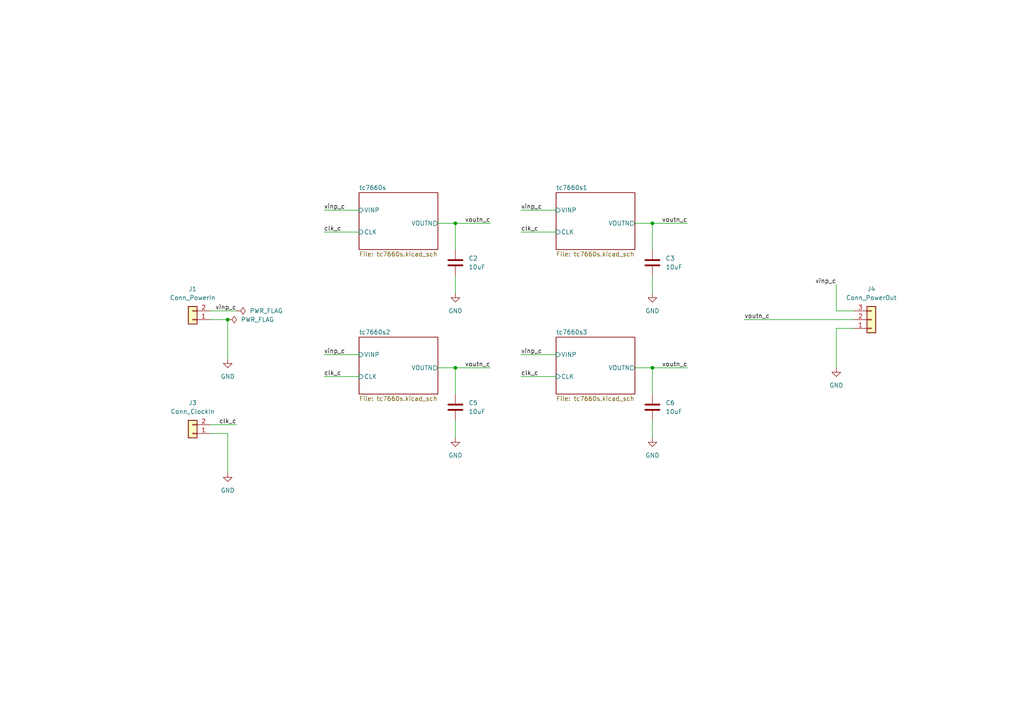
<source format=kicad_sch>
(kicad_sch (version 20230121) (generator eeschema)

  (uuid 7c930d77-263a-490f-bab9-ecdc1d30ee2a)

  (paper "A4")

  (lib_symbols
    (symbol "Connector_Generic:Conn_01x02" (pin_names (offset 1.016) hide) (in_bom yes) (on_board yes)
      (property "Reference" "J" (at 0 2.54 0)
        (effects (font (size 1.27 1.27)))
      )
      (property "Value" "Conn_01x02" (at 0 -5.08 0)
        (effects (font (size 1.27 1.27)))
      )
      (property "Footprint" "" (at 0 0 0)
        (effects (font (size 1.27 1.27)) hide)
      )
      (property "Datasheet" "~" (at 0 0 0)
        (effects (font (size 1.27 1.27)) hide)
      )
      (property "ki_keywords" "connector" (at 0 0 0)
        (effects (font (size 1.27 1.27)) hide)
      )
      (property "ki_description" "Generic connector, single row, 01x02, script generated (kicad-library-utils/schlib/autogen/connector/)" (at 0 0 0)
        (effects (font (size 1.27 1.27)) hide)
      )
      (property "ki_fp_filters" "Connector*:*_1x??_*" (at 0 0 0)
        (effects (font (size 1.27 1.27)) hide)
      )
      (symbol "Conn_01x02_1_1"
        (rectangle (start -1.27 -2.413) (end 0 -2.667)
          (stroke (width 0.1524) (type default))
          (fill (type none))
        )
        (rectangle (start -1.27 0.127) (end 0 -0.127)
          (stroke (width 0.1524) (type default))
          (fill (type none))
        )
        (rectangle (start -1.27 1.27) (end 1.27 -3.81)
          (stroke (width 0.254) (type default))
          (fill (type background))
        )
        (pin passive line (at -5.08 0 0) (length 3.81)
          (name "Pin_1" (effects (font (size 1.27 1.27))))
          (number "1" (effects (font (size 1.27 1.27))))
        )
        (pin passive line (at -5.08 -2.54 0) (length 3.81)
          (name "Pin_2" (effects (font (size 1.27 1.27))))
          (number "2" (effects (font (size 1.27 1.27))))
        )
      )
    )
    (symbol "Connector_Generic:Conn_01x03" (pin_names (offset 1.016) hide) (in_bom yes) (on_board yes)
      (property "Reference" "J" (at 0 5.08 0)
        (effects (font (size 1.27 1.27)))
      )
      (property "Value" "Conn_01x03" (at 0 -5.08 0)
        (effects (font (size 1.27 1.27)))
      )
      (property "Footprint" "" (at 0 0 0)
        (effects (font (size 1.27 1.27)) hide)
      )
      (property "Datasheet" "~" (at 0 0 0)
        (effects (font (size 1.27 1.27)) hide)
      )
      (property "ki_keywords" "connector" (at 0 0 0)
        (effects (font (size 1.27 1.27)) hide)
      )
      (property "ki_description" "Generic connector, single row, 01x03, script generated (kicad-library-utils/schlib/autogen/connector/)" (at 0 0 0)
        (effects (font (size 1.27 1.27)) hide)
      )
      (property "ki_fp_filters" "Connector*:*_1x??_*" (at 0 0 0)
        (effects (font (size 1.27 1.27)) hide)
      )
      (symbol "Conn_01x03_1_1"
        (rectangle (start -1.27 -2.413) (end 0 -2.667)
          (stroke (width 0.1524) (type default))
          (fill (type none))
        )
        (rectangle (start -1.27 0.127) (end 0 -0.127)
          (stroke (width 0.1524) (type default))
          (fill (type none))
        )
        (rectangle (start -1.27 2.667) (end 0 2.413)
          (stroke (width 0.1524) (type default))
          (fill (type none))
        )
        (rectangle (start -1.27 3.81) (end 1.27 -3.81)
          (stroke (width 0.254) (type default))
          (fill (type background))
        )
        (pin passive line (at -5.08 2.54 0) (length 3.81)
          (name "Pin_1" (effects (font (size 1.27 1.27))))
          (number "1" (effects (font (size 1.27 1.27))))
        )
        (pin passive line (at -5.08 0 0) (length 3.81)
          (name "Pin_2" (effects (font (size 1.27 1.27))))
          (number "2" (effects (font (size 1.27 1.27))))
        )
        (pin passive line (at -5.08 -2.54 0) (length 3.81)
          (name "Pin_3" (effects (font (size 1.27 1.27))))
          (number "3" (effects (font (size 1.27 1.27))))
        )
      )
    )
    (symbol "Device:C" (pin_numbers hide) (pin_names (offset 0.254)) (in_bom yes) (on_board yes)
      (property "Reference" "C" (at 0.635 2.54 0)
        (effects (font (size 1.27 1.27)) (justify left))
      )
      (property "Value" "C" (at 0.635 -2.54 0)
        (effects (font (size 1.27 1.27)) (justify left))
      )
      (property "Footprint" "" (at 0.9652 -3.81 0)
        (effects (font (size 1.27 1.27)) hide)
      )
      (property "Datasheet" "~" (at 0 0 0)
        (effects (font (size 1.27 1.27)) hide)
      )
      (property "ki_keywords" "cap capacitor" (at 0 0 0)
        (effects (font (size 1.27 1.27)) hide)
      )
      (property "ki_description" "Unpolarized capacitor" (at 0 0 0)
        (effects (font (size 1.27 1.27)) hide)
      )
      (property "ki_fp_filters" "C_*" (at 0 0 0)
        (effects (font (size 1.27 1.27)) hide)
      )
      (symbol "C_0_1"
        (polyline
          (pts
            (xy -2.032 -0.762)
            (xy 2.032 -0.762)
          )
          (stroke (width 0.508) (type default))
          (fill (type none))
        )
        (polyline
          (pts
            (xy -2.032 0.762)
            (xy 2.032 0.762)
          )
          (stroke (width 0.508) (type default))
          (fill (type none))
        )
      )
      (symbol "C_1_1"
        (pin passive line (at 0 3.81 270) (length 2.794)
          (name "~" (effects (font (size 1.27 1.27))))
          (number "1" (effects (font (size 1.27 1.27))))
        )
        (pin passive line (at 0 -3.81 90) (length 2.794)
          (name "~" (effects (font (size 1.27 1.27))))
          (number "2" (effects (font (size 1.27 1.27))))
        )
      )
    )
    (symbol "power:GND" (power) (pin_names (offset 0)) (in_bom yes) (on_board yes)
      (property "Reference" "#PWR" (at 0 -6.35 0)
        (effects (font (size 1.27 1.27)) hide)
      )
      (property "Value" "GND" (at 0 -3.81 0)
        (effects (font (size 1.27 1.27)))
      )
      (property "Footprint" "" (at 0 0 0)
        (effects (font (size 1.27 1.27)) hide)
      )
      (property "Datasheet" "" (at 0 0 0)
        (effects (font (size 1.27 1.27)) hide)
      )
      (property "ki_keywords" "global power" (at 0 0 0)
        (effects (font (size 1.27 1.27)) hide)
      )
      (property "ki_description" "Power symbol creates a global label with name \"GND\" , ground" (at 0 0 0)
        (effects (font (size 1.27 1.27)) hide)
      )
      (symbol "GND_0_1"
        (polyline
          (pts
            (xy 0 0)
            (xy 0 -1.27)
            (xy 1.27 -1.27)
            (xy 0 -2.54)
            (xy -1.27 -1.27)
            (xy 0 -1.27)
          )
          (stroke (width 0) (type default))
          (fill (type none))
        )
      )
      (symbol "GND_1_1"
        (pin power_in line (at 0 0 270) (length 0) hide
          (name "GND" (effects (font (size 1.27 1.27))))
          (number "1" (effects (font (size 1.27 1.27))))
        )
      )
    )
    (symbol "power:PWR_FLAG" (power) (pin_numbers hide) (pin_names (offset 0) hide) (in_bom yes) (on_board yes)
      (property "Reference" "#FLG" (at 0 1.905 0)
        (effects (font (size 1.27 1.27)) hide)
      )
      (property "Value" "PWR_FLAG" (at 0 3.81 0)
        (effects (font (size 1.27 1.27)))
      )
      (property "Footprint" "" (at 0 0 0)
        (effects (font (size 1.27 1.27)) hide)
      )
      (property "Datasheet" "~" (at 0 0 0)
        (effects (font (size 1.27 1.27)) hide)
      )
      (property "ki_keywords" "flag power" (at 0 0 0)
        (effects (font (size 1.27 1.27)) hide)
      )
      (property "ki_description" "Special symbol for telling ERC where power comes from" (at 0 0 0)
        (effects (font (size 1.27 1.27)) hide)
      )
      (symbol "PWR_FLAG_0_0"
        (pin power_out line (at 0 0 90) (length 0)
          (name "pwr" (effects (font (size 1.27 1.27))))
          (number "1" (effects (font (size 1.27 1.27))))
        )
      )
      (symbol "PWR_FLAG_0_1"
        (polyline
          (pts
            (xy 0 0)
            (xy 0 1.27)
            (xy -1.016 1.905)
            (xy 0 2.54)
            (xy 1.016 1.905)
            (xy 0 1.27)
          )
          (stroke (width 0) (type default))
          (fill (type none))
        )
      )
    )
  )

  (junction (at 189.23 64.77) (diameter 0) (color 0 0 0 0)
    (uuid 393c00c7-b0f7-4f5f-a6bb-792799b34969)
  )
  (junction (at 189.23 106.68) (diameter 0) (color 0 0 0 0)
    (uuid 5a3e5da9-87e4-42b4-9065-404322d3efa1)
  )
  (junction (at 132.08 106.68) (diameter 0) (color 0 0 0 0)
    (uuid 76b27aee-6dc3-4033-ac1f-061a59dcb206)
  )
  (junction (at 66.04 92.71) (diameter 0) (color 0 0 0 0)
    (uuid 86978952-12ae-4694-9525-9273cd260a8f)
  )
  (junction (at 132.08 64.77) (diameter 0) (color 0 0 0 0)
    (uuid ab3f5ecc-d54d-4ac6-adc7-1dd353bbf6e6)
  )

  (wire (pts (xy 60.96 123.19) (xy 68.58 123.19))
    (stroke (width 0) (type default))
    (uuid 0cd8e587-baee-4b3e-8e3c-050daeb51380)
  )
  (wire (pts (xy 189.23 64.77) (xy 184.15 64.77))
    (stroke (width 0) (type default))
    (uuid 0dc60244-2190-49ec-a01a-fecc271daa32)
  )
  (wire (pts (xy 242.57 95.25) (xy 242.57 106.68))
    (stroke (width 0) (type default))
    (uuid 0f125901-a700-4f4f-ad26-09a4e8731055)
  )
  (wire (pts (xy 66.04 92.71) (xy 66.04 104.14))
    (stroke (width 0) (type default))
    (uuid 0f91fbca-7644-4c52-9db7-21498750a0c7)
  )
  (wire (pts (xy 189.23 114.3) (xy 189.23 106.68))
    (stroke (width 0) (type default))
    (uuid 2a6ab5f4-3132-4ef0-9b46-161dc72cc1ba)
  )
  (wire (pts (xy 132.08 114.3) (xy 132.08 106.68))
    (stroke (width 0) (type default))
    (uuid 49ed4d0b-524e-45da-ae1c-cb4357688c34)
  )
  (wire (pts (xy 161.29 102.87) (xy 151.13 102.87))
    (stroke (width 0) (type default))
    (uuid 4cfefba3-319e-4bd0-961e-c5ab6dbfa734)
  )
  (wire (pts (xy 60.96 125.73) (xy 66.04 125.73))
    (stroke (width 0) (type default))
    (uuid 6bc02c38-d9dc-46f9-a837-27a67f60f063)
  )
  (wire (pts (xy 151.13 67.31) (xy 161.29 67.31))
    (stroke (width 0) (type default))
    (uuid 6ed471f8-e1e3-4143-bed9-3bca394dff16)
  )
  (wire (pts (xy 132.08 106.68) (xy 127 106.68))
    (stroke (width 0) (type default))
    (uuid 75b94bf0-917b-41f7-a842-79a7bc60082b)
  )
  (wire (pts (xy 151.13 109.22) (xy 161.29 109.22))
    (stroke (width 0) (type default))
    (uuid 76c67df7-6349-4192-8b95-4520c762746d)
  )
  (wire (pts (xy 189.23 106.68) (xy 199.39 106.68))
    (stroke (width 0) (type default))
    (uuid 7a0c795a-a190-41d7-b755-ebd002f4dc72)
  )
  (wire (pts (xy 189.23 72.39) (xy 189.23 64.77))
    (stroke (width 0) (type default))
    (uuid 8264b68e-f217-4725-82dc-757923a4a259)
  )
  (wire (pts (xy 247.65 90.17) (xy 242.57 90.17))
    (stroke (width 0) (type default))
    (uuid 8674d095-7c94-4771-82ac-b3757d8c65d2)
  )
  (wire (pts (xy 104.14 102.87) (xy 93.98 102.87))
    (stroke (width 0) (type default))
    (uuid 86dbd3d7-5ed5-497f-abf4-9a12fa1660f5)
  )
  (wire (pts (xy 132.08 121.92) (xy 132.08 127))
    (stroke (width 0) (type default))
    (uuid 9b106118-8eb3-4c79-bc4b-9ef4d1d41fe8)
  )
  (wire (pts (xy 93.98 109.22) (xy 104.14 109.22))
    (stroke (width 0) (type default))
    (uuid 9d9e099f-dc3f-48c7-a7aa-37cc0a579da7)
  )
  (wire (pts (xy 132.08 64.77) (xy 127 64.77))
    (stroke (width 0) (type default))
    (uuid 9ee7089f-f532-4f8c-b943-de40f661227a)
  )
  (wire (pts (xy 132.08 80.01) (xy 132.08 85.09))
    (stroke (width 0) (type default))
    (uuid 9f71e884-2efd-4b77-8eb4-5615041e9dda)
  )
  (wire (pts (xy 132.08 106.68) (xy 142.24 106.68))
    (stroke (width 0) (type default))
    (uuid a3ba8006-810f-4419-8b68-886bf7d4cb59)
  )
  (wire (pts (xy 189.23 121.92) (xy 189.23 127))
    (stroke (width 0) (type default))
    (uuid a4bd6e06-d3b0-4639-b3a2-85e301f79fc6)
  )
  (wire (pts (xy 104.14 60.96) (xy 93.98 60.96))
    (stroke (width 0) (type default))
    (uuid b2905353-787b-4e4f-944d-c93f65694dd2)
  )
  (wire (pts (xy 247.65 95.25) (xy 242.57 95.25))
    (stroke (width 0) (type default))
    (uuid bbc9f04c-02cc-4848-adb9-093c0680ec12)
  )
  (wire (pts (xy 132.08 64.77) (xy 142.24 64.77))
    (stroke (width 0) (type default))
    (uuid bc24b1b5-b94b-43bc-909b-ed265fb73f22)
  )
  (wire (pts (xy 242.57 82.55) (xy 242.57 90.17))
    (stroke (width 0) (type default))
    (uuid bd67bed0-8dfb-44ca-a35c-623ecb1d2e23)
  )
  (wire (pts (xy 247.65 92.71) (xy 215.9 92.71))
    (stroke (width 0) (type default))
    (uuid c068071f-c7b9-488f-8498-31442394109a)
  )
  (wire (pts (xy 66.04 125.73) (xy 66.04 137.16))
    (stroke (width 0) (type default))
    (uuid c3b9f316-c54b-46f9-b9ce-b34f0683f9f7)
  )
  (wire (pts (xy 60.96 90.17) (xy 68.58 90.17))
    (stroke (width 0) (type default))
    (uuid cd516b4b-03fc-47fa-8c62-4e67c8fb3716)
  )
  (wire (pts (xy 93.98 67.31) (xy 104.14 67.31))
    (stroke (width 0) (type default))
    (uuid d62c7138-045e-469b-b148-45457c5890cd)
  )
  (wire (pts (xy 161.29 60.96) (xy 151.13 60.96))
    (stroke (width 0) (type default))
    (uuid dd3a66a8-a9f9-4b79-8631-ba6f722a3570)
  )
  (wire (pts (xy 189.23 106.68) (xy 184.15 106.68))
    (stroke (width 0) (type default))
    (uuid e0ca07c7-ed29-43e8-97ea-d9c3d1b3951d)
  )
  (wire (pts (xy 60.96 92.71) (xy 66.04 92.71))
    (stroke (width 0) (type default))
    (uuid e38bd968-0290-4ac7-a410-5aa76173fa19)
  )
  (wire (pts (xy 132.08 72.39) (xy 132.08 64.77))
    (stroke (width 0) (type default))
    (uuid ebcae9b6-d592-4859-84a5-7ee77ed96804)
  )
  (wire (pts (xy 189.23 80.01) (xy 189.23 85.09))
    (stroke (width 0) (type default))
    (uuid fa0cee13-2604-4d19-bdc7-c71c37ab99e2)
  )
  (wire (pts (xy 189.23 64.77) (xy 199.39 64.77))
    (stroke (width 0) (type default))
    (uuid fe0380a6-1210-48f3-b459-15aaebb2ca13)
  )

  (label "clk_c" (at 151.13 67.31 0) (fields_autoplaced)
    (effects (font (size 1.27 1.27)) (justify left bottom))
    (uuid 10ef3d3e-a500-4033-a83f-88488790f360)
  )
  (label "voutn_c" (at 199.39 64.77 180) (fields_autoplaced)
    (effects (font (size 1.27 1.27)) (justify right bottom))
    (uuid 1858787e-4eca-4f5b-9ef5-28e506e7fb1b)
  )
  (label "vinp_c" (at 242.57 82.55 180) (fields_autoplaced)
    (effects (font (size 1.27 1.27)) (justify right bottom))
    (uuid 3374a734-0e3d-43a5-801c-cb7e4eefa530)
  )
  (label "vinp_c" (at 68.58 90.17 180) (fields_autoplaced)
    (effects (font (size 1.27 1.27)) (justify right bottom))
    (uuid 5a2bce0a-f23d-4938-82e3-f7767df0dadd)
  )
  (label "voutn_c" (at 215.9 92.71 0) (fields_autoplaced)
    (effects (font (size 1.27 1.27)) (justify left bottom))
    (uuid 6548fffb-f6be-4611-9c4e-5bcb734aed70)
  )
  (label "vinp_c" (at 151.13 102.87 0) (fields_autoplaced)
    (effects (font (size 1.27 1.27)) (justify left bottom))
    (uuid 6977e099-9ffd-40f2-8569-5a918eff9003)
  )
  (label "voutn_c" (at 142.24 64.77 180) (fields_autoplaced)
    (effects (font (size 1.27 1.27)) (justify right bottom))
    (uuid 84c3f427-8105-4a47-a4fb-60619b514ed8)
  )
  (label "vinp_c" (at 151.13 60.96 0) (fields_autoplaced)
    (effects (font (size 1.27 1.27)) (justify left bottom))
    (uuid 8af70d52-0853-412b-8435-d34154ed4b32)
  )
  (label "voutn_c" (at 142.24 106.68 180) (fields_autoplaced)
    (effects (font (size 1.27 1.27)) (justify right bottom))
    (uuid 971f80fe-19d5-4de2-b08f-b88a82852400)
  )
  (label "clk_c" (at 93.98 109.22 0) (fields_autoplaced)
    (effects (font (size 1.27 1.27)) (justify left bottom))
    (uuid ae36702a-0cd3-43f9-82f3-308bb9badde4)
  )
  (label "voutn_c" (at 199.39 106.68 180) (fields_autoplaced)
    (effects (font (size 1.27 1.27)) (justify right bottom))
    (uuid b1c41911-903d-40ec-8eb9-4e53f6acb610)
  )
  (label "clk_c" (at 93.98 67.31 0) (fields_autoplaced)
    (effects (font (size 1.27 1.27)) (justify left bottom))
    (uuid b7619fb5-d351-44cb-9775-6692353ccb07)
  )
  (label "clk_c" (at 68.58 123.19 180) (fields_autoplaced)
    (effects (font (size 1.27 1.27)) (justify right bottom))
    (uuid c6f46c5b-afdb-4776-948d-0365275d8613)
  )
  (label "vinp_c" (at 93.98 60.96 0) (fields_autoplaced)
    (effects (font (size 1.27 1.27)) (justify left bottom))
    (uuid e053ec14-c30f-4070-8d3a-1467c394577c)
  )
  (label "clk_c" (at 151.13 109.22 0) (fields_autoplaced)
    (effects (font (size 1.27 1.27)) (justify left bottom))
    (uuid e755ad47-c3ca-4132-864d-0715bc22127e)
  )
  (label "vinp_c" (at 93.98 102.87 0) (fields_autoplaced)
    (effects (font (size 1.27 1.27)) (justify left bottom))
    (uuid eea7ff0e-fd0e-4e05-9362-68a06e035e2e)
  )

  (symbol (lib_id "power:GND") (at 132.08 127 0) (unit 1)
    (in_bom yes) (on_board yes) (dnp no) (fields_autoplaced)
    (uuid 10eecea1-454f-4bd4-99f3-66cec48d620b)
    (property "Reference" "#PWR08" (at 132.08 133.35 0)
      (effects (font (size 1.27 1.27)) hide)
    )
    (property "Value" "GND" (at 132.08 132.08 0)
      (effects (font (size 1.27 1.27)))
    )
    (property "Footprint" "" (at 132.08 127 0)
      (effects (font (size 1.27 1.27)) hide)
    )
    (property "Datasheet" "" (at 132.08 127 0)
      (effects (font (size 1.27 1.27)) hide)
    )
    (pin "1" (uuid 0451109d-3b50-475a-abfa-99b95437c5f9))
    (instances
      (project "tc7660S_4parallel"
        (path "/7c930d77-263a-490f-bab9-ecdc1d30ee2a"
          (reference "#PWR08") (unit 1)
        )
      )
    )
  )

  (symbol (lib_id "power:PWR_FLAG") (at 68.58 90.17 270) (unit 1)
    (in_bom yes) (on_board yes) (dnp no) (fields_autoplaced)
    (uuid 117ae5e0-a96d-46de-8856-8abc2c99a3bd)
    (property "Reference" "#FLG01" (at 70.485 90.17 0)
      (effects (font (size 1.27 1.27)) hide)
    )
    (property "Value" "PWR_FLAG" (at 72.39 90.17 90)
      (effects (font (size 1.27 1.27)) (justify left))
    )
    (property "Footprint" "" (at 68.58 90.17 0)
      (effects (font (size 1.27 1.27)) hide)
    )
    (property "Datasheet" "~" (at 68.58 90.17 0)
      (effects (font (size 1.27 1.27)) hide)
    )
    (pin "1" (uuid 0a37b348-edda-46a6-8ec6-844e4256c52b))
    (instances
      (project "tc7660S_4parallel"
        (path "/7c930d77-263a-490f-bab9-ecdc1d30ee2a"
          (reference "#FLG01") (unit 1)
        )
      )
    )
  )

  (symbol (lib_id "Device:C") (at 132.08 76.2 0) (unit 1)
    (in_bom yes) (on_board yes) (dnp no) (fields_autoplaced)
    (uuid 1b514385-bb97-4f29-ab3b-8c6a0e06807e)
    (property "Reference" "C1" (at 135.89 74.93 0)
      (effects (font (size 1.27 1.27)) (justify left))
    )
    (property "Value" "10uF" (at 135.89 77.47 0)
      (effects (font (size 1.27 1.27)) (justify left))
    )
    (property "Footprint" "Capacitor_SMD:C_0805_2012Metric_Pad1.18x1.45mm_HandSolder" (at 133.0452 80.01 0)
      (effects (font (size 1.27 1.27)) hide)
    )
    (property "Datasheet" "https://datasheet.lcsc.com/lcsc/2304140030_Samsung-Electro-Mechanics-CL21A106KAYNNNE_C15850.pdf" (at 132.08 76.2 0)
      (effects (font (size 1.27 1.27)) hide)
    )
    (property "LCSC" "C15850" (at 132.08 76.2 0)
      (effects (font (size 1.27 1.27)) hide)
    )
    (pin "1" (uuid b588465d-d135-4aca-9d14-6376cec7c0ca))
    (pin "2" (uuid 7a2da431-1e4d-4465-a0d2-f63655eae3f8))
    (instances
      (project "tc7660S_4parallel"
        (path "/7c930d77-263a-490f-bab9-ecdc1d30ee2a/b5899068-6c41-448a-908a-1295755c3278"
          (reference "C1") (unit 1)
        )
        (path "/7c930d77-263a-490f-bab9-ecdc1d30ee2a"
          (reference "C2") (unit 1)
        )
      )
    )
  )

  (symbol (lib_id "power:GND") (at 66.04 137.16 0) (unit 1)
    (in_bom yes) (on_board yes) (dnp no) (fields_autoplaced)
    (uuid 5dc20e57-5dbc-45e3-9d17-0d0f5edfcac7)
    (property "Reference" "#PWR04" (at 66.04 143.51 0)
      (effects (font (size 1.27 1.27)) hide)
    )
    (property "Value" "GND" (at 66.04 142.24 0)
      (effects (font (size 1.27 1.27)))
    )
    (property "Footprint" "" (at 66.04 137.16 0)
      (effects (font (size 1.27 1.27)) hide)
    )
    (property "Datasheet" "" (at 66.04 137.16 0)
      (effects (font (size 1.27 1.27)) hide)
    )
    (pin "1" (uuid 7c22dda7-2526-4480-8148-f3cae8f6738a))
    (instances
      (project "tc7660S_4parallel"
        (path "/7c930d77-263a-490f-bab9-ecdc1d30ee2a"
          (reference "#PWR04") (unit 1)
        )
      )
    )
  )

  (symbol (lib_id "power:GND") (at 66.04 104.14 0) (unit 1)
    (in_bom yes) (on_board yes) (dnp no) (fields_autoplaced)
    (uuid 736db57a-df22-4f88-9fc3-d67e5b300958)
    (property "Reference" "#PWR02" (at 66.04 110.49 0)
      (effects (font (size 1.27 1.27)) hide)
    )
    (property "Value" "GND" (at 66.04 109.22 0)
      (effects (font (size 1.27 1.27)))
    )
    (property "Footprint" "" (at 66.04 104.14 0)
      (effects (font (size 1.27 1.27)) hide)
    )
    (property "Datasheet" "" (at 66.04 104.14 0)
      (effects (font (size 1.27 1.27)) hide)
    )
    (pin "1" (uuid 342341d0-d657-4500-91c3-3aa4fc0af2bd))
    (instances
      (project "tc7660S_4parallel"
        (path "/7c930d77-263a-490f-bab9-ecdc1d30ee2a"
          (reference "#PWR02") (unit 1)
        )
      )
    )
  )

  (symbol (lib_id "Device:C") (at 189.23 76.2 0) (unit 1)
    (in_bom yes) (on_board yes) (dnp no) (fields_autoplaced)
    (uuid 7c7b778f-2aa8-44e2-8dc2-31b1afe5ae5e)
    (property "Reference" "C1" (at 193.04 74.93 0)
      (effects (font (size 1.27 1.27)) (justify left))
    )
    (property "Value" "10uF" (at 193.04 77.47 0)
      (effects (font (size 1.27 1.27)) (justify left))
    )
    (property "Footprint" "Capacitor_SMD:C_0805_2012Metric_Pad1.18x1.45mm_HandSolder" (at 190.1952 80.01 0)
      (effects (font (size 1.27 1.27)) hide)
    )
    (property "Datasheet" "https://datasheet.lcsc.com/lcsc/2304140030_Samsung-Electro-Mechanics-CL21A106KAYNNNE_C15850.pdf" (at 189.23 76.2 0)
      (effects (font (size 1.27 1.27)) hide)
    )
    (property "LCSC" "C15850" (at 189.23 76.2 0)
      (effects (font (size 1.27 1.27)) hide)
    )
    (pin "1" (uuid c2156d2e-bbf5-4f07-8b61-80a69e469d03))
    (pin "2" (uuid 6701667d-3970-43c8-b59c-7fed95027cae))
    (instances
      (project "tc7660S_4parallel"
        (path "/7c930d77-263a-490f-bab9-ecdc1d30ee2a/b5899068-6c41-448a-908a-1295755c3278"
          (reference "C1") (unit 1)
        )
        (path "/7c930d77-263a-490f-bab9-ecdc1d30ee2a"
          (reference "C3") (unit 1)
        )
      )
    )
  )

  (symbol (lib_id "Connector_Generic:Conn_01x03") (at 252.73 92.71 0) (mirror x) (unit 1)
    (in_bom yes) (on_board yes) (dnp no) (fields_autoplaced)
    (uuid 8077102c-2b31-49ed-a85c-cc788d1c81de)
    (property "Reference" "J4" (at 252.73 83.82 0)
      (effects (font (size 1.27 1.27)))
    )
    (property "Value" "Conn_PowerOut" (at 252.73 86.36 0)
      (effects (font (size 1.27 1.27)))
    )
    (property "Footprint" "Connector_PinSocket_2.54mm:PinSocket_1x03_P2.54mm_Vertical" (at 252.73 92.71 0)
      (effects (font (size 1.27 1.27)) hide)
    )
    (property "Datasheet" "~" (at 252.73 92.71 0)
      (effects (font (size 1.27 1.27)) hide)
    )
    (pin "1" (uuid 4e941883-e00a-4deb-b62e-27829844be10))
    (pin "2" (uuid 08709ce9-d441-4d79-a040-35447e7e0162))
    (pin "3" (uuid c2abab46-aff9-4e81-9c2e-9ccadeebf95f))
    (instances
      (project "tc7660S_4parallel"
        (path "/7c930d77-263a-490f-bab9-ecdc1d30ee2a"
          (reference "J4") (unit 1)
        )
      )
    )
  )

  (symbol (lib_id "power:GND") (at 189.23 127 0) (unit 1)
    (in_bom yes) (on_board yes) (dnp no) (fields_autoplaced)
    (uuid 8284d6c0-e7db-4d44-b4bc-e5b42aedf91b)
    (property "Reference" "#PWR09" (at 189.23 133.35 0)
      (effects (font (size 1.27 1.27)) hide)
    )
    (property "Value" "GND" (at 189.23 132.08 0)
      (effects (font (size 1.27 1.27)))
    )
    (property "Footprint" "" (at 189.23 127 0)
      (effects (font (size 1.27 1.27)) hide)
    )
    (property "Datasheet" "" (at 189.23 127 0)
      (effects (font (size 1.27 1.27)) hide)
    )
    (pin "1" (uuid ef048ee4-86bc-4331-9689-6b0e7abfa402))
    (instances
      (project "tc7660S_4parallel"
        (path "/7c930d77-263a-490f-bab9-ecdc1d30ee2a"
          (reference "#PWR09") (unit 1)
        )
      )
    )
  )

  (symbol (lib_id "Connector_Generic:Conn_01x02") (at 55.88 125.73 180) (unit 1)
    (in_bom yes) (on_board yes) (dnp no) (fields_autoplaced)
    (uuid 917ee530-9028-4d46-99a9-6fe904af0515)
    (property "Reference" "J3" (at 55.88 116.84 0)
      (effects (font (size 1.27 1.27)))
    )
    (property "Value" "Conn_ClockIn" (at 55.88 119.38 0)
      (effects (font (size 1.27 1.27)))
    )
    (property "Footprint" "Connector_PinSocket_2.54mm:PinSocket_1x02_P2.54mm_Vertical" (at 55.88 125.73 0)
      (effects (font (size 1.27 1.27)) hide)
    )
    (property "Datasheet" "~" (at 55.88 125.73 0)
      (effects (font (size 1.27 1.27)) hide)
    )
    (pin "1" (uuid 714e502e-cb67-4a75-9835-ce2340dbc201))
    (pin "2" (uuid b167ce49-a011-425a-bd38-2d0f68f20e51))
    (instances
      (project "tc7660S_4parallel"
        (path "/7c930d77-263a-490f-bab9-ecdc1d30ee2a"
          (reference "J3") (unit 1)
        )
      )
    )
  )

  (symbol (lib_id "Device:C") (at 189.23 118.11 0) (unit 1)
    (in_bom yes) (on_board yes) (dnp no) (fields_autoplaced)
    (uuid 9776255f-311b-4569-9e4c-6d0941328bc6)
    (property "Reference" "C1" (at 193.04 116.84 0)
      (effects (font (size 1.27 1.27)) (justify left))
    )
    (property "Value" "10uF" (at 193.04 119.38 0)
      (effects (font (size 1.27 1.27)) (justify left))
    )
    (property "Footprint" "Capacitor_SMD:C_0805_2012Metric_Pad1.18x1.45mm_HandSolder" (at 190.1952 121.92 0)
      (effects (font (size 1.27 1.27)) hide)
    )
    (property "Datasheet" "https://datasheet.lcsc.com/lcsc/2304140030_Samsung-Electro-Mechanics-CL21A106KAYNNNE_C15850.pdf" (at 189.23 118.11 0)
      (effects (font (size 1.27 1.27)) hide)
    )
    (property "LCSC" "C15850" (at 189.23 118.11 0)
      (effects (font (size 1.27 1.27)) hide)
    )
    (pin "1" (uuid 872558e3-3541-409b-a7d2-bbe648952182))
    (pin "2" (uuid 0c85d09f-2008-4c18-9fdb-f5945f2e7ee8))
    (instances
      (project "tc7660S_4parallel"
        (path "/7c930d77-263a-490f-bab9-ecdc1d30ee2a/b5899068-6c41-448a-908a-1295755c3278"
          (reference "C1") (unit 1)
        )
        (path "/7c930d77-263a-490f-bab9-ecdc1d30ee2a"
          (reference "C6") (unit 1)
        )
      )
    )
  )

  (symbol (lib_id "power:GND") (at 189.23 85.09 0) (unit 1)
    (in_bom yes) (on_board yes) (dnp no) (fields_autoplaced)
    (uuid a382a69d-a6c7-40f7-bbc9-5c84bdd896c3)
    (property "Reference" "#PWR06" (at 189.23 91.44 0)
      (effects (font (size 1.27 1.27)) hide)
    )
    (property "Value" "GND" (at 189.23 90.17 0)
      (effects (font (size 1.27 1.27)))
    )
    (property "Footprint" "" (at 189.23 85.09 0)
      (effects (font (size 1.27 1.27)) hide)
    )
    (property "Datasheet" "" (at 189.23 85.09 0)
      (effects (font (size 1.27 1.27)) hide)
    )
    (pin "1" (uuid 651fc0f9-0e58-4525-86dd-0a1b011464b2))
    (instances
      (project "tc7660S_4parallel"
        (path "/7c930d77-263a-490f-bab9-ecdc1d30ee2a"
          (reference "#PWR06") (unit 1)
        )
      )
    )
  )

  (symbol (lib_id "power:GND") (at 242.57 106.68 0) (mirror y) (unit 1)
    (in_bom yes) (on_board yes) (dnp no) (fields_autoplaced)
    (uuid b4eb22bd-228f-4713-a231-0c189d2940a5)
    (property "Reference" "#PWR03" (at 242.57 113.03 0)
      (effects (font (size 1.27 1.27)) hide)
    )
    (property "Value" "GND" (at 242.57 111.76 0)
      (effects (font (size 1.27 1.27)))
    )
    (property "Footprint" "" (at 242.57 106.68 0)
      (effects (font (size 1.27 1.27)) hide)
    )
    (property "Datasheet" "" (at 242.57 106.68 0)
      (effects (font (size 1.27 1.27)) hide)
    )
    (pin "1" (uuid 01b19827-6a69-4469-bdcd-d6af16f0bbca))
    (instances
      (project "tc7660S_4parallel"
        (path "/7c930d77-263a-490f-bab9-ecdc1d30ee2a"
          (reference "#PWR03") (unit 1)
        )
      )
    )
  )

  (symbol (lib_id "Connector_Generic:Conn_01x02") (at 55.88 92.71 180) (unit 1)
    (in_bom yes) (on_board yes) (dnp no) (fields_autoplaced)
    (uuid bf96d6c9-8172-403d-8981-d70b75f08d2b)
    (property "Reference" "J1" (at 55.88 83.82 0)
      (effects (font (size 1.27 1.27)))
    )
    (property "Value" "Conn_PowerIn" (at 55.88 86.36 0)
      (effects (font (size 1.27 1.27)))
    )
    (property "Footprint" "Connector_PinSocket_2.54mm:PinSocket_1x02_P2.54mm_Vertical" (at 55.88 92.71 0)
      (effects (font (size 1.27 1.27)) hide)
    )
    (property "Datasheet" "~" (at 55.88 92.71 0)
      (effects (font (size 1.27 1.27)) hide)
    )
    (pin "1" (uuid 0cc32557-a54a-464e-a5d3-9834a5ccbedc))
    (pin "2" (uuid b5164daa-96cb-425b-97b8-911d65d62558))
    (instances
      (project "tc7660S_4parallel"
        (path "/7c930d77-263a-490f-bab9-ecdc1d30ee2a"
          (reference "J1") (unit 1)
        )
      )
    )
  )

  (symbol (lib_id "power:GND") (at 132.08 85.09 0) (unit 1)
    (in_bom yes) (on_board yes) (dnp no) (fields_autoplaced)
    (uuid d1192ff5-ff7f-4209-85e7-a2bab152d655)
    (property "Reference" "#PWR05" (at 132.08 91.44 0)
      (effects (font (size 1.27 1.27)) hide)
    )
    (property "Value" "GND" (at 132.08 90.17 0)
      (effects (font (size 1.27 1.27)))
    )
    (property "Footprint" "" (at 132.08 85.09 0)
      (effects (font (size 1.27 1.27)) hide)
    )
    (property "Datasheet" "" (at 132.08 85.09 0)
      (effects (font (size 1.27 1.27)) hide)
    )
    (pin "1" (uuid 0b370bce-12e7-4bf2-827b-78e97036551d))
    (instances
      (project "tc7660S_4parallel"
        (path "/7c930d77-263a-490f-bab9-ecdc1d30ee2a"
          (reference "#PWR05") (unit 1)
        )
      )
    )
  )

  (symbol (lib_id "power:PWR_FLAG") (at 66.04 92.71 270) (unit 1)
    (in_bom yes) (on_board yes) (dnp no) (fields_autoplaced)
    (uuid db7407de-cd9a-4f35-92b7-5fa640bd702c)
    (property "Reference" "#FLG02" (at 67.945 92.71 0)
      (effects (font (size 1.27 1.27)) hide)
    )
    (property "Value" "PWR_FLAG" (at 69.85 92.71 90)
      (effects (font (size 1.27 1.27)) (justify left))
    )
    (property "Footprint" "" (at 66.04 92.71 0)
      (effects (font (size 1.27 1.27)) hide)
    )
    (property "Datasheet" "~" (at 66.04 92.71 0)
      (effects (font (size 1.27 1.27)) hide)
    )
    (pin "1" (uuid cb4fb6e2-9533-480f-a796-39a68a3e1d37))
    (instances
      (project "tc7660S_4parallel"
        (path "/7c930d77-263a-490f-bab9-ecdc1d30ee2a"
          (reference "#FLG02") (unit 1)
        )
      )
    )
  )

  (symbol (lib_id "Device:C") (at 132.08 118.11 0) (unit 1)
    (in_bom yes) (on_board yes) (dnp no) (fields_autoplaced)
    (uuid ffff3c55-2fd3-41c9-b208-b3b03cfccd77)
    (property "Reference" "C1" (at 135.89 116.84 0)
      (effects (font (size 1.27 1.27)) (justify left))
    )
    (property "Value" "10uF" (at 135.89 119.38 0)
      (effects (font (size 1.27 1.27)) (justify left))
    )
    (property "Footprint" "Capacitor_SMD:C_0805_2012Metric_Pad1.18x1.45mm_HandSolder" (at 133.0452 121.92 0)
      (effects (font (size 1.27 1.27)) hide)
    )
    (property "Datasheet" "https://datasheet.lcsc.com/lcsc/2304140030_Samsung-Electro-Mechanics-CL21A106KAYNNNE_C15850.pdf" (at 132.08 118.11 0)
      (effects (font (size 1.27 1.27)) hide)
    )
    (property "LCSC" "C15850" (at 132.08 118.11 0)
      (effects (font (size 1.27 1.27)) hide)
    )
    (pin "1" (uuid 637d435a-818d-477c-8080-d05d0a47537b))
    (pin "2" (uuid 16f06ecd-1749-4a74-bf22-07d970a9db02))
    (instances
      (project "tc7660S_4parallel"
        (path "/7c930d77-263a-490f-bab9-ecdc1d30ee2a/b5899068-6c41-448a-908a-1295755c3278"
          (reference "C1") (unit 1)
        )
        (path "/7c930d77-263a-490f-bab9-ecdc1d30ee2a"
          (reference "C5") (unit 1)
        )
      )
    )
  )

  (sheet (at 104.14 97.79) (size 22.86 16.51) (fields_autoplaced)
    (stroke (width 0.1524) (type solid))
    (fill (color 0 0 0 0.0000))
    (uuid 38ba356b-8bae-4172-a9b8-0e0caf7b92fa)
    (property "Sheetname" "tc7660s2" (at 104.14 97.0784 0)
      (effects (font (size 1.27 1.27)) (justify left bottom))
    )
    (property "Sheetfile" "tc7660s.kicad_sch" (at 104.14 114.8846 0)
      (effects (font (size 1.27 1.27)) (justify left top))
    )
    (pin "VOUTN" output (at 127 106.68 0)
      (effects (font (size 1.27 1.27)) (justify right))
      (uuid 1ce51d8e-180b-4c64-ba2b-475c27b9cf96)
    )
    (pin "VINP" input (at 104.14 102.87 180)
      (effects (font (size 1.27 1.27)) (justify left))
      (uuid 3eceadc2-894b-49b9-bfe9-34c3f13dd4ad)
    )
    (pin "CLK" input (at 104.14 109.22 180)
      (effects (font (size 1.27 1.27)) (justify left))
      (uuid 6dd071a9-dccd-4170-a788-6fcc12e585ae)
    )
    (instances
      (project "tc7660S_4parallel"
        (path "/7c930d77-263a-490f-bab9-ecdc1d30ee2a" (page "4"))
      )
    )
  )

  (sheet (at 161.29 97.79) (size 22.86 16.51) (fields_autoplaced)
    (stroke (width 0.1524) (type solid))
    (fill (color 0 0 0 0.0000))
    (uuid 8d7975d8-0140-401d-b636-beaf06796492)
    (property "Sheetname" "tc7660s3" (at 161.29 97.0784 0)
      (effects (font (size 1.27 1.27)) (justify left bottom))
    )
    (property "Sheetfile" "tc7660s.kicad_sch" (at 161.29 114.8846 0)
      (effects (font (size 1.27 1.27)) (justify left top))
    )
    (pin "VOUTN" output (at 184.15 106.68 0)
      (effects (font (size 1.27 1.27)) (justify right))
      (uuid 7dab7204-f6d0-48ec-b687-2c87f33c883a)
    )
    (pin "VINP" input (at 161.29 102.87 180)
      (effects (font (size 1.27 1.27)) (justify left))
      (uuid 9d915ee2-32c8-4abb-94b5-7a5c5fc0d2bb)
    )
    (pin "CLK" input (at 161.29 109.22 180)
      (effects (font (size 1.27 1.27)) (justify left))
      (uuid 3f303c89-8c58-4f1d-8a9a-e1942378fa5d)
    )
    (instances
      (project "tc7660S_4parallel"
        (path "/7c930d77-263a-490f-bab9-ecdc1d30ee2a" (page "5"))
      )
    )
  )

  (sheet (at 104.14 55.88) (size 22.86 16.51) (fields_autoplaced)
    (stroke (width 0.1524) (type solid))
    (fill (color 0 0 0 0.0000))
    (uuid b5899068-6c41-448a-908a-1295755c3278)
    (property "Sheetname" "tc7660s" (at 104.14 55.1684 0)
      (effects (font (size 1.27 1.27)) (justify left bottom))
    )
    (property "Sheetfile" "tc7660s.kicad_sch" (at 104.14 72.9746 0)
      (effects (font (size 1.27 1.27)) (justify left top))
    )
    (pin "VOUTN" output (at 127 64.77 0)
      (effects (font (size 1.27 1.27)) (justify right))
      (uuid 3fa701ea-ecb0-43d4-a6fd-74e8dcc015db)
    )
    (pin "VINP" input (at 104.14 60.96 180)
      (effects (font (size 1.27 1.27)) (justify left))
      (uuid 08d62bed-f08f-4a75-8dd2-cafe62ceefe3)
    )
    (pin "CLK" input (at 104.14 67.31 180)
      (effects (font (size 1.27 1.27)) (justify left))
      (uuid a8949253-be5f-4f2d-a72f-d908497d295b)
    )
    (instances
      (project "tc7660S_4parallel"
        (path "/7c930d77-263a-490f-bab9-ecdc1d30ee2a" (page "2"))
      )
    )
  )

  (sheet (at 161.29 55.88) (size 22.86 16.51) (fields_autoplaced)
    (stroke (width 0.1524) (type solid))
    (fill (color 0 0 0 0.0000))
    (uuid e7c5cbc3-605c-4d6f-bff8-c6f69757871b)
    (property "Sheetname" "tc7660s1" (at 161.29 55.1684 0)
      (effects (font (size 1.27 1.27)) (justify left bottom))
    )
    (property "Sheetfile" "tc7660s.kicad_sch" (at 161.29 72.9746 0)
      (effects (font (size 1.27 1.27)) (justify left top))
    )
    (pin "VOUTN" output (at 184.15 64.77 0)
      (effects (font (size 1.27 1.27)) (justify right))
      (uuid fd5cbbf7-cdd9-4289-829f-b6e0ab7a0a91)
    )
    (pin "VINP" input (at 161.29 60.96 180)
      (effects (font (size 1.27 1.27)) (justify left))
      (uuid 1a0019b8-758c-427c-aab1-3d50721b29a2)
    )
    (pin "CLK" input (at 161.29 67.31 180)
      (effects (font (size 1.27 1.27)) (justify left))
      (uuid 24936e1b-bb85-4a32-871f-c613ac6c6271)
    )
    (instances
      (project "tc7660S_4parallel"
        (path "/7c930d77-263a-490f-bab9-ecdc1d30ee2a" (page "3"))
      )
    )
  )

  (sheet_instances
    (path "/" (page "1"))
  )
)

</source>
